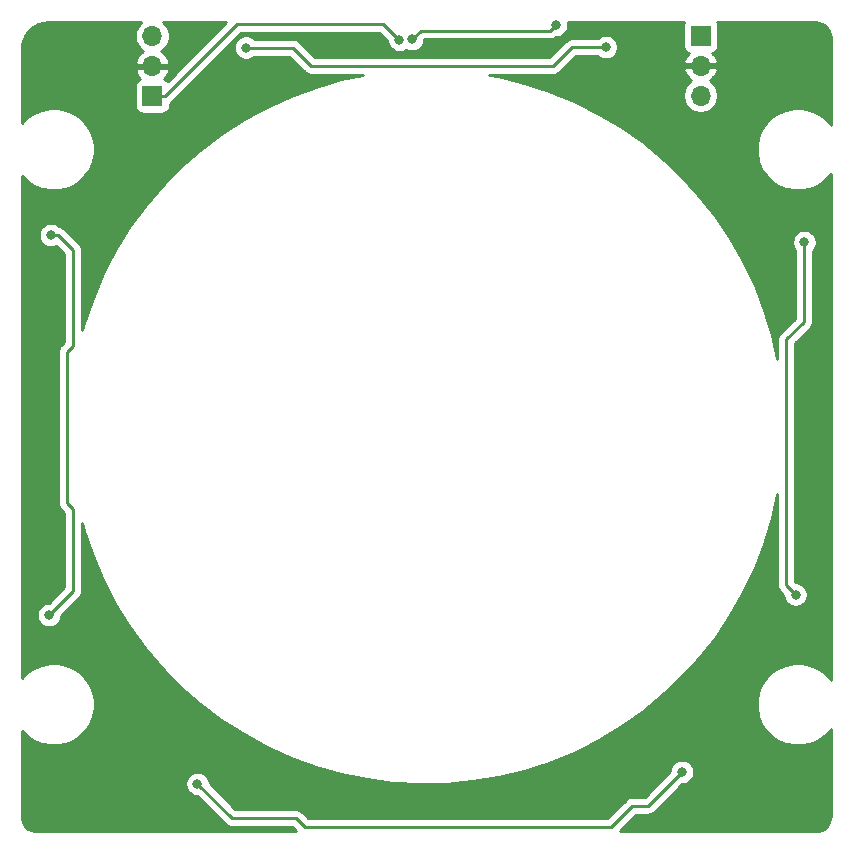
<source format=gbr>
G04 #@! TF.GenerationSoftware,KiCad,Pcbnew,(5.1.5)-3*
G04 #@! TF.CreationDate,2020-03-12T08:41:59+01:00*
G04 #@! TF.ProjectId,StepperClockLedRing,53746570-7065-4724-936c-6f636b4c6564,V0.1*
G04 #@! TF.SameCoordinates,Original*
G04 #@! TF.FileFunction,Copper,L2,Bot*
G04 #@! TF.FilePolarity,Positive*
%FSLAX46Y46*%
G04 Gerber Fmt 4.6, Leading zero omitted, Abs format (unit mm)*
G04 Created by KiCad (PCBNEW (5.1.5)-3) date 2020-03-12 08:41:59*
%MOMM*%
%LPD*%
G04 APERTURE LIST*
%ADD10O,1.700000X1.700000*%
%ADD11R,1.700000X1.700000*%
%ADD12C,0.800000*%
%ADD13C,0.250000*%
%ADD14C,0.254000*%
G04 APERTURE END LIST*
D10*
X71350000Y-93420000D03*
X71350000Y-95960000D03*
D11*
X71350000Y-98500000D03*
X117775000Y-93375000D03*
D10*
X117775000Y-95915000D03*
X117775000Y-98455000D03*
D12*
X126560000Y-110870000D03*
X125830000Y-140720000D03*
X62620000Y-142450000D03*
X79290000Y-94400000D03*
X109750000Y-94350000D03*
X62780000Y-110270000D03*
X116200000Y-155725000D03*
X75175000Y-156725000D03*
X116350000Y-152125000D03*
X111950000Y-155150000D03*
X102075000Y-159150000D03*
X97000000Y-159325000D03*
X91525000Y-159300000D03*
X86425000Y-158975000D03*
X81025000Y-158050000D03*
X76700000Y-154850000D03*
X72525000Y-151650000D03*
X68750000Y-147875000D03*
X65850000Y-143700000D03*
X63475000Y-138900000D03*
X61975000Y-133950000D03*
X61670000Y-129170000D03*
X62530000Y-118900000D03*
X63475000Y-113100000D03*
X66150000Y-108775000D03*
X69450000Y-104475000D03*
X73375000Y-100625000D03*
X77625000Y-97750000D03*
X81900000Y-95780000D03*
X97050000Y-94040000D03*
X102650000Y-94325000D03*
X107700000Y-95875000D03*
X115940000Y-101440000D03*
X120225000Y-105275000D03*
X123200000Y-109775000D03*
X125060000Y-113850000D03*
X127000000Y-119000000D03*
X127310000Y-123940000D03*
X127340000Y-129010000D03*
X126600000Y-134140000D03*
X126740000Y-139550000D03*
X122750000Y-144625000D03*
X119625000Y-148575000D03*
X86950000Y-94700000D03*
X61850000Y-124100000D03*
X107375000Y-157850000D03*
X90800000Y-93870000D03*
X111680000Y-98350000D03*
X93350000Y-93675000D03*
X105525000Y-92475000D03*
X92275000Y-93750000D03*
D13*
X126499999Y-117650001D02*
X125040000Y-119110000D01*
X113349999Y-158575001D02*
X116200000Y-155725000D01*
X112004999Y-158575001D02*
X113349999Y-158575001D01*
X78078002Y-159628002D02*
X83518002Y-159628002D01*
X83518002Y-159628002D02*
X84260000Y-160370000D01*
X75175000Y-156725000D02*
X78078002Y-159628002D01*
X84260000Y-160370000D02*
X110210000Y-160370000D01*
X110210000Y-160370000D02*
X112004999Y-158575001D01*
X83275000Y-94400000D02*
X79290000Y-94400000D01*
X84825000Y-95950000D02*
X83275000Y-94400000D01*
X105300000Y-95950000D02*
X84825000Y-95950000D01*
X109750000Y-94350000D02*
X106900000Y-94350000D01*
X106900000Y-94350000D02*
X105300000Y-95950000D01*
X126499999Y-111495686D02*
X126499999Y-117650001D01*
X126560000Y-111435685D02*
X126499999Y-111495686D01*
X126560000Y-110870000D02*
X126560000Y-111435685D01*
X64649992Y-133474992D02*
X64649992Y-140420008D01*
X64125000Y-132950000D02*
X64649992Y-133474992D01*
X64649992Y-140420008D02*
X62620000Y-142450000D01*
X62780000Y-110270000D02*
X63390000Y-110270000D01*
X64650001Y-111530001D02*
X64650001Y-119624999D01*
X63390000Y-110270000D02*
X64650001Y-111530001D01*
X64650001Y-119624999D02*
X64125000Y-120150000D01*
X64125000Y-120150000D02*
X64125000Y-132950000D01*
X125040000Y-139930000D02*
X125830000Y-140720000D01*
X125040000Y-119110000D02*
X125040000Y-139930000D01*
X105525000Y-92475000D02*
X105050000Y-92950000D01*
X94075001Y-92949999D02*
X93350000Y-93675000D01*
X105050000Y-92950000D02*
X94075001Y-92949999D01*
X72450000Y-98500000D02*
X71350000Y-98500000D01*
X78570000Y-92380000D02*
X72450000Y-98500000D01*
X92275000Y-93750000D02*
X90905000Y-92380000D01*
X90905000Y-92380000D02*
X78570000Y-92380000D01*
D14*
G36*
X70403368Y-92266525D02*
G01*
X70196525Y-92473368D01*
X70034010Y-92716589D01*
X69922068Y-92986842D01*
X69865000Y-93273740D01*
X69865000Y-93566260D01*
X69922068Y-93853158D01*
X70034010Y-94123411D01*
X70196525Y-94366632D01*
X70403368Y-94573475D01*
X70585534Y-94695195D01*
X70468645Y-94764822D01*
X70252412Y-94959731D01*
X70078359Y-95193080D01*
X69953175Y-95455901D01*
X69908524Y-95603110D01*
X70029845Y-95833000D01*
X71223000Y-95833000D01*
X71223000Y-95813000D01*
X71477000Y-95813000D01*
X71477000Y-95833000D01*
X72670155Y-95833000D01*
X72791476Y-95603110D01*
X72746825Y-95455901D01*
X72621641Y-95193080D01*
X72447588Y-94959731D01*
X72231355Y-94764822D01*
X72114466Y-94695195D01*
X72296632Y-94573475D01*
X72503475Y-94366632D01*
X72665990Y-94123411D01*
X72777932Y-93853158D01*
X72835000Y-93566260D01*
X72835000Y-93273740D01*
X72777932Y-92986842D01*
X72665990Y-92716589D01*
X72503475Y-92473368D01*
X72296632Y-92266525D01*
X72286867Y-92260000D01*
X77615198Y-92260000D01*
X72662543Y-97212655D01*
X72651185Y-97198815D01*
X72554494Y-97119463D01*
X72444180Y-97060498D01*
X72363534Y-97036034D01*
X72447588Y-96960269D01*
X72621641Y-96726920D01*
X72746825Y-96464099D01*
X72791476Y-96316890D01*
X72670155Y-96087000D01*
X71477000Y-96087000D01*
X71477000Y-96107000D01*
X71223000Y-96107000D01*
X71223000Y-96087000D01*
X70029845Y-96087000D01*
X69908524Y-96316890D01*
X69953175Y-96464099D01*
X70078359Y-96726920D01*
X70252412Y-96960269D01*
X70336466Y-97036034D01*
X70255820Y-97060498D01*
X70145506Y-97119463D01*
X70048815Y-97198815D01*
X69969463Y-97295506D01*
X69910498Y-97405820D01*
X69874188Y-97525518D01*
X69861928Y-97650000D01*
X69861928Y-99350000D01*
X69874188Y-99474482D01*
X69910498Y-99594180D01*
X69969463Y-99704494D01*
X70048815Y-99801185D01*
X70145506Y-99880537D01*
X70255820Y-99939502D01*
X70375518Y-99975812D01*
X70500000Y-99988072D01*
X72200000Y-99988072D01*
X72324482Y-99975812D01*
X72444180Y-99939502D01*
X72554494Y-99880537D01*
X72651185Y-99801185D01*
X72730537Y-99704494D01*
X72789502Y-99594180D01*
X72825812Y-99474482D01*
X72838072Y-99350000D01*
X72838072Y-99154326D01*
X72874276Y-99134974D01*
X72990001Y-99040001D01*
X73013804Y-99010997D01*
X78884802Y-93140000D01*
X90590199Y-93140000D01*
X91240000Y-93789802D01*
X91240000Y-93851939D01*
X91279774Y-94051898D01*
X91357795Y-94240256D01*
X91471063Y-94409774D01*
X91615226Y-94553937D01*
X91784744Y-94667205D01*
X91973102Y-94745226D01*
X92173061Y-94785000D01*
X92376939Y-94785000D01*
X92576898Y-94745226D01*
X92765256Y-94667205D01*
X92870706Y-94596746D01*
X93048102Y-94670226D01*
X93248061Y-94710000D01*
X93451939Y-94710000D01*
X93651898Y-94670226D01*
X93840256Y-94592205D01*
X94009774Y-94478937D01*
X94153937Y-94334774D01*
X94267205Y-94165256D01*
X94345226Y-93976898D01*
X94385000Y-93776939D01*
X94385000Y-93714802D01*
X94389804Y-93709998D01*
X105012677Y-93710000D01*
X105050000Y-93713676D01*
X105087322Y-93710000D01*
X105087332Y-93710000D01*
X105198985Y-93699003D01*
X105342246Y-93655546D01*
X105350755Y-93650998D01*
X105474276Y-93584974D01*
X105561002Y-93513799D01*
X105565631Y-93510000D01*
X105626939Y-93510000D01*
X105826898Y-93470226D01*
X106015256Y-93392205D01*
X106184774Y-93278937D01*
X106328937Y-93134774D01*
X106442205Y-92965256D01*
X106520226Y-92776898D01*
X106560000Y-92576939D01*
X106560000Y-92373061D01*
X106537511Y-92260000D01*
X116346627Y-92260000D01*
X116335498Y-92280820D01*
X116299188Y-92400518D01*
X116286928Y-92525000D01*
X116286928Y-94225000D01*
X116299188Y-94349482D01*
X116335498Y-94469180D01*
X116394463Y-94579494D01*
X116473815Y-94676185D01*
X116570506Y-94755537D01*
X116680820Y-94814502D01*
X116761466Y-94838966D01*
X116677412Y-94914731D01*
X116503359Y-95148080D01*
X116378175Y-95410901D01*
X116333524Y-95558110D01*
X116454845Y-95788000D01*
X117648000Y-95788000D01*
X117648000Y-95768000D01*
X117902000Y-95768000D01*
X117902000Y-95788000D01*
X119095155Y-95788000D01*
X119216476Y-95558110D01*
X119171825Y-95410901D01*
X119046641Y-95148080D01*
X118872588Y-94914731D01*
X118788534Y-94838966D01*
X118869180Y-94814502D01*
X118979494Y-94755537D01*
X119076185Y-94676185D01*
X119155537Y-94579494D01*
X119214502Y-94469180D01*
X119250812Y-94349482D01*
X119263072Y-94225000D01*
X119263072Y-92525000D01*
X119250812Y-92400518D01*
X119214502Y-92280820D01*
X119203373Y-92260000D01*
X127517722Y-92260000D01*
X127790232Y-92286720D01*
X128021325Y-92356491D01*
X128234457Y-92469816D01*
X128421517Y-92622378D01*
X128575382Y-92808369D01*
X128690192Y-93020706D01*
X128761574Y-93251303D01*
X128790000Y-93521759D01*
X128790003Y-100917100D01*
X128700762Y-100783542D01*
X128216458Y-100299238D01*
X127646977Y-99918722D01*
X127014204Y-99656619D01*
X126342455Y-99523000D01*
X125657545Y-99523000D01*
X124985796Y-99656619D01*
X124353023Y-99918722D01*
X123783542Y-100299238D01*
X123299238Y-100783542D01*
X122918722Y-101353023D01*
X122656619Y-101985796D01*
X122523000Y-102657545D01*
X122523000Y-103342455D01*
X122656619Y-104014204D01*
X122918722Y-104646977D01*
X123299238Y-105216458D01*
X123783542Y-105700762D01*
X124353023Y-106081278D01*
X124985796Y-106343381D01*
X125657545Y-106477000D01*
X126342455Y-106477000D01*
X127014204Y-106343381D01*
X127646977Y-106081278D01*
X128216458Y-105700762D01*
X128700762Y-105216458D01*
X128790005Y-105082897D01*
X128790022Y-147917129D01*
X128700762Y-147783542D01*
X128216458Y-147299238D01*
X127646977Y-146918722D01*
X127014204Y-146656619D01*
X126342455Y-146523000D01*
X125657545Y-146523000D01*
X124985796Y-146656619D01*
X124353023Y-146918722D01*
X123783542Y-147299238D01*
X123299238Y-147783542D01*
X122918722Y-148353023D01*
X122656619Y-148985796D01*
X122523000Y-149657545D01*
X122523000Y-150342455D01*
X122656619Y-151014204D01*
X122918722Y-151646977D01*
X123299238Y-152216458D01*
X123783542Y-152700762D01*
X124353023Y-153081278D01*
X124985796Y-153343381D01*
X125657545Y-153477000D01*
X126342455Y-153477000D01*
X127014204Y-153343381D01*
X127646977Y-153081278D01*
X128216458Y-152700762D01*
X128700762Y-152216458D01*
X128790024Y-152082868D01*
X128790027Y-159467711D01*
X128763305Y-159740242D01*
X128693537Y-159971328D01*
X128580209Y-160184467D01*
X128427638Y-160371537D01*
X128241643Y-160525405D01*
X128029303Y-160640217D01*
X127798704Y-160711598D01*
X127528532Y-160739995D01*
X110917322Y-160737479D01*
X112319801Y-159335001D01*
X113312677Y-159335001D01*
X113349999Y-159338677D01*
X113387321Y-159335001D01*
X113387332Y-159335001D01*
X113498985Y-159324004D01*
X113642246Y-159280547D01*
X113774275Y-159209975D01*
X113890000Y-159115002D01*
X113913803Y-159085998D01*
X116239802Y-156760000D01*
X116301939Y-156760000D01*
X116501898Y-156720226D01*
X116690256Y-156642205D01*
X116859774Y-156528937D01*
X117003937Y-156384774D01*
X117117205Y-156215256D01*
X117195226Y-156026898D01*
X117235000Y-155826939D01*
X117235000Y-155623061D01*
X117195226Y-155423102D01*
X117117205Y-155234744D01*
X117003937Y-155065226D01*
X116859774Y-154921063D01*
X116690256Y-154807795D01*
X116501898Y-154729774D01*
X116301939Y-154690000D01*
X116098061Y-154690000D01*
X115898102Y-154729774D01*
X115709744Y-154807795D01*
X115540226Y-154921063D01*
X115396063Y-155065226D01*
X115282795Y-155234744D01*
X115204774Y-155423102D01*
X115165000Y-155623061D01*
X115165000Y-155685198D01*
X113035198Y-157815001D01*
X112042322Y-157815001D01*
X112004999Y-157811325D01*
X111967676Y-157815001D01*
X111967666Y-157815001D01*
X111856013Y-157825998D01*
X111712752Y-157869455D01*
X111580722Y-157940027D01*
X111497082Y-158008669D01*
X111464998Y-158035000D01*
X111441200Y-158063998D01*
X109895199Y-159610000D01*
X84574802Y-159610000D01*
X84081805Y-159117004D01*
X84058003Y-159088001D01*
X83942278Y-158993028D01*
X83810249Y-158922456D01*
X83666988Y-158878999D01*
X83555335Y-158868002D01*
X83555324Y-158868002D01*
X83518002Y-158864326D01*
X83480680Y-158868002D01*
X78392804Y-158868002D01*
X76210000Y-156685199D01*
X76210000Y-156623061D01*
X76170226Y-156423102D01*
X76092205Y-156234744D01*
X75978937Y-156065226D01*
X75834774Y-155921063D01*
X75665256Y-155807795D01*
X75476898Y-155729774D01*
X75276939Y-155690000D01*
X75073061Y-155690000D01*
X74873102Y-155729774D01*
X74684744Y-155807795D01*
X74515226Y-155921063D01*
X74371063Y-156065226D01*
X74257795Y-156234744D01*
X74179774Y-156423102D01*
X74140000Y-156623061D01*
X74140000Y-156826939D01*
X74179774Y-157026898D01*
X74257795Y-157215256D01*
X74371063Y-157384774D01*
X74515226Y-157528937D01*
X74684744Y-157642205D01*
X74873102Y-157720226D01*
X75073061Y-157760000D01*
X75135199Y-157760000D01*
X77514202Y-160139004D01*
X77538001Y-160168003D01*
X77653726Y-160262976D01*
X77785755Y-160333548D01*
X77929016Y-160377005D01*
X78040669Y-160388002D01*
X78040679Y-160388002D01*
X78078002Y-160391678D01*
X78115325Y-160388002D01*
X83203201Y-160388002D01*
X83548531Y-160733333D01*
X61582338Y-160730006D01*
X61311706Y-160703470D01*
X61082487Y-160634264D01*
X60871080Y-160521858D01*
X60685530Y-160370527D01*
X60532909Y-160186039D01*
X60419027Y-159975418D01*
X60348222Y-159746684D01*
X60319996Y-159478131D01*
X60318882Y-152236102D01*
X60783542Y-152700762D01*
X61353023Y-153081278D01*
X61985796Y-153343381D01*
X62657545Y-153477000D01*
X63342455Y-153477000D01*
X64014204Y-153343381D01*
X64646977Y-153081278D01*
X65216458Y-152700762D01*
X65700762Y-152216458D01*
X66081278Y-151646977D01*
X66343381Y-151014204D01*
X66477000Y-150342455D01*
X66477000Y-149657545D01*
X66343381Y-148985796D01*
X66081278Y-148353023D01*
X65700762Y-147783542D01*
X65216458Y-147299238D01*
X64646977Y-146918722D01*
X64014204Y-146656619D01*
X63342455Y-146523000D01*
X62657545Y-146523000D01*
X61985796Y-146656619D01*
X61353023Y-146918722D01*
X60783542Y-147299238D01*
X60318194Y-147764586D01*
X60317361Y-142348061D01*
X61585000Y-142348061D01*
X61585000Y-142551939D01*
X61624774Y-142751898D01*
X61702795Y-142940256D01*
X61816063Y-143109774D01*
X61960226Y-143253937D01*
X62129744Y-143367205D01*
X62318102Y-143445226D01*
X62518061Y-143485000D01*
X62721939Y-143485000D01*
X62921898Y-143445226D01*
X63110256Y-143367205D01*
X63279774Y-143253937D01*
X63423937Y-143109774D01*
X63537205Y-142940256D01*
X63615226Y-142751898D01*
X63655000Y-142551939D01*
X63655000Y-142489801D01*
X65160995Y-140983807D01*
X65189993Y-140960009D01*
X65284966Y-140844284D01*
X65355538Y-140712255D01*
X65398995Y-140568994D01*
X65409992Y-140457341D01*
X65409992Y-140457332D01*
X65413668Y-140420009D01*
X65409992Y-140382686D01*
X65409992Y-134665713D01*
X65584018Y-135323282D01*
X66314741Y-137438398D01*
X67199675Y-139493772D01*
X68233987Y-141478179D01*
X69412028Y-143380780D01*
X70727363Y-145191185D01*
X72172810Y-146899504D01*
X73740473Y-148496409D01*
X75421791Y-149973176D01*
X77207580Y-151321742D01*
X79088087Y-152534740D01*
X81053043Y-153605544D01*
X83091713Y-154528308D01*
X85192965Y-155297991D01*
X87345322Y-155910390D01*
X89537029Y-156362159D01*
X91756114Y-156650831D01*
X93990459Y-156774830D01*
X96227859Y-156733478D01*
X98456096Y-156527001D01*
X100662999Y-156156528D01*
X102836515Y-155624080D01*
X104964773Y-154932568D01*
X107036149Y-154085766D01*
X109039330Y-153088300D01*
X110963376Y-151945618D01*
X112797777Y-150663962D01*
X114532515Y-149250330D01*
X116158115Y-147712443D01*
X117665700Y-146058702D01*
X119047035Y-144298137D01*
X120294575Y-142440366D01*
X121401507Y-140495534D01*
X122361786Y-138474263D01*
X123170166Y-136387592D01*
X123822233Y-134246919D01*
X124280001Y-132216615D01*
X124280001Y-139892667D01*
X124276324Y-139930000D01*
X124290998Y-140078985D01*
X124334454Y-140222246D01*
X124405026Y-140354276D01*
X124465328Y-140427753D01*
X124500000Y-140470001D01*
X124528998Y-140493799D01*
X124795000Y-140759801D01*
X124795000Y-140821939D01*
X124834774Y-141021898D01*
X124912795Y-141210256D01*
X125026063Y-141379774D01*
X125170226Y-141523937D01*
X125339744Y-141637205D01*
X125528102Y-141715226D01*
X125728061Y-141755000D01*
X125931939Y-141755000D01*
X126131898Y-141715226D01*
X126320256Y-141637205D01*
X126489774Y-141523937D01*
X126633937Y-141379774D01*
X126747205Y-141210256D01*
X126825226Y-141021898D01*
X126865000Y-140821939D01*
X126865000Y-140618061D01*
X126825226Y-140418102D01*
X126747205Y-140229744D01*
X126633937Y-140060226D01*
X126489774Y-139916063D01*
X126320256Y-139802795D01*
X126131898Y-139724774D01*
X125931939Y-139685000D01*
X125869801Y-139685000D01*
X125800000Y-139615199D01*
X125800000Y-119424801D01*
X127011007Y-118213796D01*
X127040000Y-118190002D01*
X127063794Y-118161009D01*
X127063798Y-118161005D01*
X127134972Y-118074278D01*
X127134973Y-118074277D01*
X127205545Y-117942248D01*
X127249002Y-117798987D01*
X127259999Y-117687334D01*
X127259999Y-117687325D01*
X127263675Y-117650002D01*
X127259999Y-117612679D01*
X127259999Y-111738310D01*
X127265546Y-111727932D01*
X127308987Y-111584724D01*
X127363937Y-111529774D01*
X127477205Y-111360256D01*
X127555226Y-111171898D01*
X127595000Y-110971939D01*
X127595000Y-110768061D01*
X127555226Y-110568102D01*
X127477205Y-110379744D01*
X127363937Y-110210226D01*
X127219774Y-110066063D01*
X127050256Y-109952795D01*
X126861898Y-109874774D01*
X126661939Y-109835000D01*
X126458061Y-109835000D01*
X126258102Y-109874774D01*
X126069744Y-109952795D01*
X125900226Y-110066063D01*
X125756063Y-110210226D01*
X125642795Y-110379744D01*
X125564774Y-110568102D01*
X125525000Y-110768061D01*
X125525000Y-110971939D01*
X125564774Y-111171898D01*
X125642795Y-111360256D01*
X125736848Y-111501017D01*
X125739999Y-111533009D01*
X125740000Y-117335197D01*
X124529002Y-118546197D01*
X124499999Y-118569999D01*
X124444871Y-118637174D01*
X124405026Y-118685724D01*
X124369023Y-118753081D01*
X124334454Y-118817754D01*
X124290997Y-118961015D01*
X124280000Y-119072668D01*
X124280000Y-119072678D01*
X124276324Y-119110000D01*
X124280000Y-119147322D01*
X124280000Y-120783383D01*
X123822233Y-118753081D01*
X123170166Y-116612408D01*
X122361786Y-114525737D01*
X121401507Y-112504466D01*
X120294575Y-110559634D01*
X119047035Y-108701863D01*
X117665700Y-106941298D01*
X116158115Y-105287557D01*
X114532515Y-103749670D01*
X112797777Y-102336038D01*
X110963376Y-101054382D01*
X109039330Y-99911700D01*
X107036149Y-98914234D01*
X105555041Y-98308740D01*
X116290000Y-98308740D01*
X116290000Y-98601260D01*
X116347068Y-98888158D01*
X116459010Y-99158411D01*
X116621525Y-99401632D01*
X116828368Y-99608475D01*
X117071589Y-99770990D01*
X117341842Y-99882932D01*
X117628740Y-99940000D01*
X117921260Y-99940000D01*
X118208158Y-99882932D01*
X118478411Y-99770990D01*
X118721632Y-99608475D01*
X118928475Y-99401632D01*
X119090990Y-99158411D01*
X119202932Y-98888158D01*
X119260000Y-98601260D01*
X119260000Y-98308740D01*
X119202932Y-98021842D01*
X119090990Y-97751589D01*
X118928475Y-97508368D01*
X118721632Y-97301525D01*
X118539466Y-97179805D01*
X118656355Y-97110178D01*
X118872588Y-96915269D01*
X119046641Y-96681920D01*
X119171825Y-96419099D01*
X119216476Y-96271890D01*
X119095155Y-96042000D01*
X117902000Y-96042000D01*
X117902000Y-96062000D01*
X117648000Y-96062000D01*
X117648000Y-96042000D01*
X116454845Y-96042000D01*
X116333524Y-96271890D01*
X116378175Y-96419099D01*
X116503359Y-96681920D01*
X116677412Y-96915269D01*
X116893645Y-97110178D01*
X117010534Y-97179805D01*
X116828368Y-97301525D01*
X116621525Y-97508368D01*
X116459010Y-97751589D01*
X116347068Y-98021842D01*
X116290000Y-98308740D01*
X105555041Y-98308740D01*
X104964773Y-98067432D01*
X102836515Y-97375920D01*
X100662999Y-96843472D01*
X99867908Y-96710000D01*
X105262678Y-96710000D01*
X105300000Y-96713676D01*
X105337322Y-96710000D01*
X105337333Y-96710000D01*
X105448986Y-96699003D01*
X105592247Y-96655546D01*
X105724276Y-96584974D01*
X105840001Y-96490001D01*
X105863804Y-96460997D01*
X107214802Y-95110000D01*
X109046289Y-95110000D01*
X109090226Y-95153937D01*
X109259744Y-95267205D01*
X109448102Y-95345226D01*
X109648061Y-95385000D01*
X109851939Y-95385000D01*
X110051898Y-95345226D01*
X110240256Y-95267205D01*
X110409774Y-95153937D01*
X110553937Y-95009774D01*
X110667205Y-94840256D01*
X110745226Y-94651898D01*
X110785000Y-94451939D01*
X110785000Y-94248061D01*
X110745226Y-94048102D01*
X110667205Y-93859744D01*
X110553937Y-93690226D01*
X110409774Y-93546063D01*
X110240256Y-93432795D01*
X110051898Y-93354774D01*
X109851939Y-93315000D01*
X109648061Y-93315000D01*
X109448102Y-93354774D01*
X109259744Y-93432795D01*
X109090226Y-93546063D01*
X109046289Y-93590000D01*
X106937325Y-93590000D01*
X106900000Y-93586324D01*
X106862675Y-93590000D01*
X106862667Y-93590000D01*
X106751014Y-93600997D01*
X106607753Y-93644454D01*
X106475724Y-93715026D01*
X106359999Y-93809999D01*
X106336201Y-93838997D01*
X104985199Y-95190000D01*
X85139802Y-95190000D01*
X83838804Y-93889003D01*
X83815001Y-93859999D01*
X83699276Y-93765026D01*
X83567247Y-93694454D01*
X83423986Y-93650997D01*
X83312333Y-93640000D01*
X83312322Y-93640000D01*
X83275000Y-93636324D01*
X83237678Y-93640000D01*
X79993711Y-93640000D01*
X79949774Y-93596063D01*
X79780256Y-93482795D01*
X79591898Y-93404774D01*
X79391939Y-93365000D01*
X79188061Y-93365000D01*
X78988102Y-93404774D01*
X78799744Y-93482795D01*
X78630226Y-93596063D01*
X78486063Y-93740226D01*
X78372795Y-93909744D01*
X78294774Y-94098102D01*
X78255000Y-94298061D01*
X78255000Y-94501939D01*
X78294774Y-94701898D01*
X78372795Y-94890256D01*
X78486063Y-95059774D01*
X78630226Y-95203937D01*
X78799744Y-95317205D01*
X78988102Y-95395226D01*
X79188061Y-95435000D01*
X79391939Y-95435000D01*
X79591898Y-95395226D01*
X79780256Y-95317205D01*
X79949774Y-95203937D01*
X79993711Y-95160000D01*
X82960199Y-95160000D01*
X84261201Y-96461003D01*
X84284999Y-96490001D01*
X84313997Y-96513799D01*
X84400723Y-96584974D01*
X84499630Y-96637841D01*
X84532753Y-96655546D01*
X84676014Y-96699003D01*
X84787667Y-96710000D01*
X84787677Y-96710000D01*
X84824999Y-96713676D01*
X84862322Y-96710000D01*
X89186958Y-96710000D01*
X87345322Y-97089610D01*
X85192965Y-97702009D01*
X83091713Y-98471692D01*
X81053043Y-99394456D01*
X79088087Y-100465260D01*
X77207580Y-101678258D01*
X75421791Y-103026824D01*
X73740473Y-104503591D01*
X72172810Y-106100496D01*
X70727363Y-107808815D01*
X69412028Y-109619220D01*
X68233987Y-111521821D01*
X67199675Y-113506228D01*
X66314741Y-115561602D01*
X65584018Y-117676718D01*
X65410001Y-118334253D01*
X65410001Y-111567334D01*
X65413678Y-111530001D01*
X65399004Y-111381015D01*
X65355547Y-111237754D01*
X65284975Y-111105725D01*
X65213800Y-111018998D01*
X65190002Y-110990000D01*
X65161005Y-110966203D01*
X63953804Y-109759003D01*
X63930001Y-109729999D01*
X63814276Y-109635026D01*
X63682247Y-109564454D01*
X63538986Y-109520997D01*
X63489870Y-109516159D01*
X63439774Y-109466063D01*
X63270256Y-109352795D01*
X63081898Y-109274774D01*
X62881939Y-109235000D01*
X62678061Y-109235000D01*
X62478102Y-109274774D01*
X62289744Y-109352795D01*
X62120226Y-109466063D01*
X61976063Y-109610226D01*
X61862795Y-109779744D01*
X61784774Y-109968102D01*
X61745000Y-110168061D01*
X61745000Y-110371939D01*
X61784774Y-110571898D01*
X61862795Y-110760256D01*
X61976063Y-110929774D01*
X62120226Y-111073937D01*
X62289744Y-111187205D01*
X62478102Y-111265226D01*
X62678061Y-111305000D01*
X62881939Y-111305000D01*
X63081898Y-111265226D01*
X63243490Y-111198292D01*
X63890001Y-111844803D01*
X63890002Y-119310196D01*
X63614002Y-119586197D01*
X63584999Y-119609999D01*
X63552171Y-119650001D01*
X63490026Y-119725724D01*
X63479737Y-119744974D01*
X63419454Y-119857754D01*
X63375997Y-120001015D01*
X63365000Y-120112668D01*
X63365000Y-120112678D01*
X63361324Y-120150000D01*
X63365000Y-120187322D01*
X63365001Y-132912668D01*
X63361324Y-132950000D01*
X63375998Y-133098985D01*
X63419454Y-133242246D01*
X63490026Y-133374276D01*
X63561201Y-133461002D01*
X63585000Y-133490001D01*
X63613998Y-133513799D01*
X63889992Y-133789794D01*
X63889993Y-140105205D01*
X62580199Y-141415000D01*
X62518061Y-141415000D01*
X62318102Y-141454774D01*
X62129744Y-141532795D01*
X61960226Y-141646063D01*
X61816063Y-141790226D01*
X61702795Y-141959744D01*
X61624774Y-142148102D01*
X61585000Y-142348061D01*
X60317361Y-142348061D01*
X60311650Y-105228870D01*
X60783542Y-105700762D01*
X61353023Y-106081278D01*
X61985796Y-106343381D01*
X62657545Y-106477000D01*
X63342455Y-106477000D01*
X64014204Y-106343381D01*
X64646977Y-106081278D01*
X65216458Y-105700762D01*
X65700762Y-105216458D01*
X66081278Y-104646977D01*
X66343381Y-104014204D01*
X66477000Y-103342455D01*
X66477000Y-102657545D01*
X66343381Y-101985796D01*
X66081278Y-101353023D01*
X65700762Y-100783542D01*
X65216458Y-100299238D01*
X64646977Y-99918722D01*
X64014204Y-99656619D01*
X63342455Y-99523000D01*
X62657545Y-99523000D01*
X61985796Y-99656619D01*
X61353023Y-99918722D01*
X60783542Y-100299238D01*
X60310965Y-100771815D01*
X60310005Y-94532228D01*
X60355765Y-94065532D01*
X60481943Y-93647610D01*
X60686893Y-93262154D01*
X60962807Y-92923851D01*
X61299180Y-92645579D01*
X61683191Y-92437945D01*
X62100226Y-92308851D01*
X62565023Y-92260000D01*
X70413133Y-92260000D01*
X70403368Y-92266525D01*
G37*
X70403368Y-92266525D02*
X70196525Y-92473368D01*
X70034010Y-92716589D01*
X69922068Y-92986842D01*
X69865000Y-93273740D01*
X69865000Y-93566260D01*
X69922068Y-93853158D01*
X70034010Y-94123411D01*
X70196525Y-94366632D01*
X70403368Y-94573475D01*
X70585534Y-94695195D01*
X70468645Y-94764822D01*
X70252412Y-94959731D01*
X70078359Y-95193080D01*
X69953175Y-95455901D01*
X69908524Y-95603110D01*
X70029845Y-95833000D01*
X71223000Y-95833000D01*
X71223000Y-95813000D01*
X71477000Y-95813000D01*
X71477000Y-95833000D01*
X72670155Y-95833000D01*
X72791476Y-95603110D01*
X72746825Y-95455901D01*
X72621641Y-95193080D01*
X72447588Y-94959731D01*
X72231355Y-94764822D01*
X72114466Y-94695195D01*
X72296632Y-94573475D01*
X72503475Y-94366632D01*
X72665990Y-94123411D01*
X72777932Y-93853158D01*
X72835000Y-93566260D01*
X72835000Y-93273740D01*
X72777932Y-92986842D01*
X72665990Y-92716589D01*
X72503475Y-92473368D01*
X72296632Y-92266525D01*
X72286867Y-92260000D01*
X77615198Y-92260000D01*
X72662543Y-97212655D01*
X72651185Y-97198815D01*
X72554494Y-97119463D01*
X72444180Y-97060498D01*
X72363534Y-97036034D01*
X72447588Y-96960269D01*
X72621641Y-96726920D01*
X72746825Y-96464099D01*
X72791476Y-96316890D01*
X72670155Y-96087000D01*
X71477000Y-96087000D01*
X71477000Y-96107000D01*
X71223000Y-96107000D01*
X71223000Y-96087000D01*
X70029845Y-96087000D01*
X69908524Y-96316890D01*
X69953175Y-96464099D01*
X70078359Y-96726920D01*
X70252412Y-96960269D01*
X70336466Y-97036034D01*
X70255820Y-97060498D01*
X70145506Y-97119463D01*
X70048815Y-97198815D01*
X69969463Y-97295506D01*
X69910498Y-97405820D01*
X69874188Y-97525518D01*
X69861928Y-97650000D01*
X69861928Y-99350000D01*
X69874188Y-99474482D01*
X69910498Y-99594180D01*
X69969463Y-99704494D01*
X70048815Y-99801185D01*
X70145506Y-99880537D01*
X70255820Y-99939502D01*
X70375518Y-99975812D01*
X70500000Y-99988072D01*
X72200000Y-99988072D01*
X72324482Y-99975812D01*
X72444180Y-99939502D01*
X72554494Y-99880537D01*
X72651185Y-99801185D01*
X72730537Y-99704494D01*
X72789502Y-99594180D01*
X72825812Y-99474482D01*
X72838072Y-99350000D01*
X72838072Y-99154326D01*
X72874276Y-99134974D01*
X72990001Y-99040001D01*
X73013804Y-99010997D01*
X78884802Y-93140000D01*
X90590199Y-93140000D01*
X91240000Y-93789802D01*
X91240000Y-93851939D01*
X91279774Y-94051898D01*
X91357795Y-94240256D01*
X91471063Y-94409774D01*
X91615226Y-94553937D01*
X91784744Y-94667205D01*
X91973102Y-94745226D01*
X92173061Y-94785000D01*
X92376939Y-94785000D01*
X92576898Y-94745226D01*
X92765256Y-94667205D01*
X92870706Y-94596746D01*
X93048102Y-94670226D01*
X93248061Y-94710000D01*
X93451939Y-94710000D01*
X93651898Y-94670226D01*
X93840256Y-94592205D01*
X94009774Y-94478937D01*
X94153937Y-94334774D01*
X94267205Y-94165256D01*
X94345226Y-93976898D01*
X94385000Y-93776939D01*
X94385000Y-93714802D01*
X94389804Y-93709998D01*
X105012677Y-93710000D01*
X105050000Y-93713676D01*
X105087322Y-93710000D01*
X105087332Y-93710000D01*
X105198985Y-93699003D01*
X105342246Y-93655546D01*
X105350755Y-93650998D01*
X105474276Y-93584974D01*
X105561002Y-93513799D01*
X105565631Y-93510000D01*
X105626939Y-93510000D01*
X105826898Y-93470226D01*
X106015256Y-93392205D01*
X106184774Y-93278937D01*
X106328937Y-93134774D01*
X106442205Y-92965256D01*
X106520226Y-92776898D01*
X106560000Y-92576939D01*
X106560000Y-92373061D01*
X106537511Y-92260000D01*
X116346627Y-92260000D01*
X116335498Y-92280820D01*
X116299188Y-92400518D01*
X116286928Y-92525000D01*
X116286928Y-94225000D01*
X116299188Y-94349482D01*
X116335498Y-94469180D01*
X116394463Y-94579494D01*
X116473815Y-94676185D01*
X116570506Y-94755537D01*
X116680820Y-94814502D01*
X116761466Y-94838966D01*
X116677412Y-94914731D01*
X116503359Y-95148080D01*
X116378175Y-95410901D01*
X116333524Y-95558110D01*
X116454845Y-95788000D01*
X117648000Y-95788000D01*
X117648000Y-95768000D01*
X117902000Y-95768000D01*
X117902000Y-95788000D01*
X119095155Y-95788000D01*
X119216476Y-95558110D01*
X119171825Y-95410901D01*
X119046641Y-95148080D01*
X118872588Y-94914731D01*
X118788534Y-94838966D01*
X118869180Y-94814502D01*
X118979494Y-94755537D01*
X119076185Y-94676185D01*
X119155537Y-94579494D01*
X119214502Y-94469180D01*
X119250812Y-94349482D01*
X119263072Y-94225000D01*
X119263072Y-92525000D01*
X119250812Y-92400518D01*
X119214502Y-92280820D01*
X119203373Y-92260000D01*
X127517722Y-92260000D01*
X127790232Y-92286720D01*
X128021325Y-92356491D01*
X128234457Y-92469816D01*
X128421517Y-92622378D01*
X128575382Y-92808369D01*
X128690192Y-93020706D01*
X128761574Y-93251303D01*
X128790000Y-93521759D01*
X128790003Y-100917100D01*
X128700762Y-100783542D01*
X128216458Y-100299238D01*
X127646977Y-99918722D01*
X127014204Y-99656619D01*
X126342455Y-99523000D01*
X125657545Y-99523000D01*
X124985796Y-99656619D01*
X124353023Y-99918722D01*
X123783542Y-100299238D01*
X123299238Y-100783542D01*
X122918722Y-101353023D01*
X122656619Y-101985796D01*
X122523000Y-102657545D01*
X122523000Y-103342455D01*
X122656619Y-104014204D01*
X122918722Y-104646977D01*
X123299238Y-105216458D01*
X123783542Y-105700762D01*
X124353023Y-106081278D01*
X124985796Y-106343381D01*
X125657545Y-106477000D01*
X126342455Y-106477000D01*
X127014204Y-106343381D01*
X127646977Y-106081278D01*
X128216458Y-105700762D01*
X128700762Y-105216458D01*
X128790005Y-105082897D01*
X128790022Y-147917129D01*
X128700762Y-147783542D01*
X128216458Y-147299238D01*
X127646977Y-146918722D01*
X127014204Y-146656619D01*
X126342455Y-146523000D01*
X125657545Y-146523000D01*
X124985796Y-146656619D01*
X124353023Y-146918722D01*
X123783542Y-147299238D01*
X123299238Y-147783542D01*
X122918722Y-148353023D01*
X122656619Y-148985796D01*
X122523000Y-149657545D01*
X122523000Y-150342455D01*
X122656619Y-151014204D01*
X122918722Y-151646977D01*
X123299238Y-152216458D01*
X123783542Y-152700762D01*
X124353023Y-153081278D01*
X124985796Y-153343381D01*
X125657545Y-153477000D01*
X126342455Y-153477000D01*
X127014204Y-153343381D01*
X127646977Y-153081278D01*
X128216458Y-152700762D01*
X128700762Y-152216458D01*
X128790024Y-152082868D01*
X128790027Y-159467711D01*
X128763305Y-159740242D01*
X128693537Y-159971328D01*
X128580209Y-160184467D01*
X128427638Y-160371537D01*
X128241643Y-160525405D01*
X128029303Y-160640217D01*
X127798704Y-160711598D01*
X127528532Y-160739995D01*
X110917322Y-160737479D01*
X112319801Y-159335001D01*
X113312677Y-159335001D01*
X113349999Y-159338677D01*
X113387321Y-159335001D01*
X113387332Y-159335001D01*
X113498985Y-159324004D01*
X113642246Y-159280547D01*
X113774275Y-159209975D01*
X113890000Y-159115002D01*
X113913803Y-159085998D01*
X116239802Y-156760000D01*
X116301939Y-156760000D01*
X116501898Y-156720226D01*
X116690256Y-156642205D01*
X116859774Y-156528937D01*
X117003937Y-156384774D01*
X117117205Y-156215256D01*
X117195226Y-156026898D01*
X117235000Y-155826939D01*
X117235000Y-155623061D01*
X117195226Y-155423102D01*
X117117205Y-155234744D01*
X117003937Y-155065226D01*
X116859774Y-154921063D01*
X116690256Y-154807795D01*
X116501898Y-154729774D01*
X116301939Y-154690000D01*
X116098061Y-154690000D01*
X115898102Y-154729774D01*
X115709744Y-154807795D01*
X115540226Y-154921063D01*
X115396063Y-155065226D01*
X115282795Y-155234744D01*
X115204774Y-155423102D01*
X115165000Y-155623061D01*
X115165000Y-155685198D01*
X113035198Y-157815001D01*
X112042322Y-157815001D01*
X112004999Y-157811325D01*
X111967676Y-157815001D01*
X111967666Y-157815001D01*
X111856013Y-157825998D01*
X111712752Y-157869455D01*
X111580722Y-157940027D01*
X111497082Y-158008669D01*
X111464998Y-158035000D01*
X111441200Y-158063998D01*
X109895199Y-159610000D01*
X84574802Y-159610000D01*
X84081805Y-159117004D01*
X84058003Y-159088001D01*
X83942278Y-158993028D01*
X83810249Y-158922456D01*
X83666988Y-158878999D01*
X83555335Y-158868002D01*
X83555324Y-158868002D01*
X83518002Y-158864326D01*
X83480680Y-158868002D01*
X78392804Y-158868002D01*
X76210000Y-156685199D01*
X76210000Y-156623061D01*
X76170226Y-156423102D01*
X76092205Y-156234744D01*
X75978937Y-156065226D01*
X75834774Y-155921063D01*
X75665256Y-155807795D01*
X75476898Y-155729774D01*
X75276939Y-155690000D01*
X75073061Y-155690000D01*
X74873102Y-155729774D01*
X74684744Y-155807795D01*
X74515226Y-155921063D01*
X74371063Y-156065226D01*
X74257795Y-156234744D01*
X74179774Y-156423102D01*
X74140000Y-156623061D01*
X74140000Y-156826939D01*
X74179774Y-157026898D01*
X74257795Y-157215256D01*
X74371063Y-157384774D01*
X74515226Y-157528937D01*
X74684744Y-157642205D01*
X74873102Y-157720226D01*
X75073061Y-157760000D01*
X75135199Y-157760000D01*
X77514202Y-160139004D01*
X77538001Y-160168003D01*
X77653726Y-160262976D01*
X77785755Y-160333548D01*
X77929016Y-160377005D01*
X78040669Y-160388002D01*
X78040679Y-160388002D01*
X78078002Y-160391678D01*
X78115325Y-160388002D01*
X83203201Y-160388002D01*
X83548531Y-160733333D01*
X61582338Y-160730006D01*
X61311706Y-160703470D01*
X61082487Y-160634264D01*
X60871080Y-160521858D01*
X60685530Y-160370527D01*
X60532909Y-160186039D01*
X60419027Y-159975418D01*
X60348222Y-159746684D01*
X60319996Y-159478131D01*
X60318882Y-152236102D01*
X60783542Y-152700762D01*
X61353023Y-153081278D01*
X61985796Y-153343381D01*
X62657545Y-153477000D01*
X63342455Y-153477000D01*
X64014204Y-153343381D01*
X64646977Y-153081278D01*
X65216458Y-152700762D01*
X65700762Y-152216458D01*
X66081278Y-151646977D01*
X66343381Y-151014204D01*
X66477000Y-150342455D01*
X66477000Y-149657545D01*
X66343381Y-148985796D01*
X66081278Y-148353023D01*
X65700762Y-147783542D01*
X65216458Y-147299238D01*
X64646977Y-146918722D01*
X64014204Y-146656619D01*
X63342455Y-146523000D01*
X62657545Y-146523000D01*
X61985796Y-146656619D01*
X61353023Y-146918722D01*
X60783542Y-147299238D01*
X60318194Y-147764586D01*
X60317361Y-142348061D01*
X61585000Y-142348061D01*
X61585000Y-142551939D01*
X61624774Y-142751898D01*
X61702795Y-142940256D01*
X61816063Y-143109774D01*
X61960226Y-143253937D01*
X62129744Y-143367205D01*
X62318102Y-143445226D01*
X62518061Y-143485000D01*
X62721939Y-143485000D01*
X62921898Y-143445226D01*
X63110256Y-143367205D01*
X63279774Y-143253937D01*
X63423937Y-143109774D01*
X63537205Y-142940256D01*
X63615226Y-142751898D01*
X63655000Y-142551939D01*
X63655000Y-142489801D01*
X65160995Y-140983807D01*
X65189993Y-140960009D01*
X65284966Y-140844284D01*
X65355538Y-140712255D01*
X65398995Y-140568994D01*
X65409992Y-140457341D01*
X65409992Y-140457332D01*
X65413668Y-140420009D01*
X65409992Y-140382686D01*
X65409992Y-134665713D01*
X65584018Y-135323282D01*
X66314741Y-137438398D01*
X67199675Y-139493772D01*
X68233987Y-141478179D01*
X69412028Y-143380780D01*
X70727363Y-145191185D01*
X72172810Y-146899504D01*
X73740473Y-148496409D01*
X75421791Y-149973176D01*
X77207580Y-151321742D01*
X79088087Y-152534740D01*
X81053043Y-153605544D01*
X83091713Y-154528308D01*
X85192965Y-155297991D01*
X87345322Y-155910390D01*
X89537029Y-156362159D01*
X91756114Y-156650831D01*
X93990459Y-156774830D01*
X96227859Y-156733478D01*
X98456096Y-156527001D01*
X100662999Y-156156528D01*
X102836515Y-155624080D01*
X104964773Y-154932568D01*
X107036149Y-154085766D01*
X109039330Y-153088300D01*
X110963376Y-151945618D01*
X112797777Y-150663962D01*
X114532515Y-149250330D01*
X116158115Y-147712443D01*
X117665700Y-146058702D01*
X119047035Y-144298137D01*
X120294575Y-142440366D01*
X121401507Y-140495534D01*
X122361786Y-138474263D01*
X123170166Y-136387592D01*
X123822233Y-134246919D01*
X124280001Y-132216615D01*
X124280001Y-139892667D01*
X124276324Y-139930000D01*
X124290998Y-140078985D01*
X124334454Y-140222246D01*
X124405026Y-140354276D01*
X124465328Y-140427753D01*
X124500000Y-140470001D01*
X124528998Y-140493799D01*
X124795000Y-140759801D01*
X124795000Y-140821939D01*
X124834774Y-141021898D01*
X124912795Y-141210256D01*
X125026063Y-141379774D01*
X125170226Y-141523937D01*
X125339744Y-141637205D01*
X125528102Y-141715226D01*
X125728061Y-141755000D01*
X125931939Y-141755000D01*
X126131898Y-141715226D01*
X126320256Y-141637205D01*
X126489774Y-141523937D01*
X126633937Y-141379774D01*
X126747205Y-141210256D01*
X126825226Y-141021898D01*
X126865000Y-140821939D01*
X126865000Y-140618061D01*
X126825226Y-140418102D01*
X126747205Y-140229744D01*
X126633937Y-140060226D01*
X126489774Y-139916063D01*
X126320256Y-139802795D01*
X126131898Y-139724774D01*
X125931939Y-139685000D01*
X125869801Y-139685000D01*
X125800000Y-139615199D01*
X125800000Y-119424801D01*
X127011007Y-118213796D01*
X127040000Y-118190002D01*
X127063794Y-118161009D01*
X127063798Y-118161005D01*
X127134972Y-118074278D01*
X127134973Y-118074277D01*
X127205545Y-117942248D01*
X127249002Y-117798987D01*
X127259999Y-117687334D01*
X127259999Y-117687325D01*
X127263675Y-117650002D01*
X127259999Y-117612679D01*
X127259999Y-111738310D01*
X127265546Y-111727932D01*
X127308987Y-111584724D01*
X127363937Y-111529774D01*
X127477205Y-111360256D01*
X127555226Y-111171898D01*
X127595000Y-110971939D01*
X127595000Y-110768061D01*
X127555226Y-110568102D01*
X127477205Y-110379744D01*
X127363937Y-110210226D01*
X127219774Y-110066063D01*
X127050256Y-109952795D01*
X126861898Y-109874774D01*
X126661939Y-109835000D01*
X126458061Y-109835000D01*
X126258102Y-109874774D01*
X126069744Y-109952795D01*
X125900226Y-110066063D01*
X125756063Y-110210226D01*
X125642795Y-110379744D01*
X125564774Y-110568102D01*
X125525000Y-110768061D01*
X125525000Y-110971939D01*
X125564774Y-111171898D01*
X125642795Y-111360256D01*
X125736848Y-111501017D01*
X125739999Y-111533009D01*
X125740000Y-117335197D01*
X124529002Y-118546197D01*
X124499999Y-118569999D01*
X124444871Y-118637174D01*
X124405026Y-118685724D01*
X124369023Y-118753081D01*
X124334454Y-118817754D01*
X124290997Y-118961015D01*
X124280000Y-119072668D01*
X124280000Y-119072678D01*
X124276324Y-119110000D01*
X124280000Y-119147322D01*
X124280000Y-120783383D01*
X123822233Y-118753081D01*
X123170166Y-116612408D01*
X122361786Y-114525737D01*
X121401507Y-112504466D01*
X120294575Y-110559634D01*
X119047035Y-108701863D01*
X117665700Y-106941298D01*
X116158115Y-105287557D01*
X114532515Y-103749670D01*
X112797777Y-102336038D01*
X110963376Y-101054382D01*
X109039330Y-99911700D01*
X107036149Y-98914234D01*
X105555041Y-98308740D01*
X116290000Y-98308740D01*
X116290000Y-98601260D01*
X116347068Y-98888158D01*
X116459010Y-99158411D01*
X116621525Y-99401632D01*
X116828368Y-99608475D01*
X117071589Y-99770990D01*
X117341842Y-99882932D01*
X117628740Y-99940000D01*
X117921260Y-99940000D01*
X118208158Y-99882932D01*
X118478411Y-99770990D01*
X118721632Y-99608475D01*
X118928475Y-99401632D01*
X119090990Y-99158411D01*
X119202932Y-98888158D01*
X119260000Y-98601260D01*
X119260000Y-98308740D01*
X119202932Y-98021842D01*
X119090990Y-97751589D01*
X118928475Y-97508368D01*
X118721632Y-97301525D01*
X118539466Y-97179805D01*
X118656355Y-97110178D01*
X118872588Y-96915269D01*
X119046641Y-96681920D01*
X119171825Y-96419099D01*
X119216476Y-96271890D01*
X119095155Y-96042000D01*
X117902000Y-96042000D01*
X117902000Y-96062000D01*
X117648000Y-96062000D01*
X117648000Y-96042000D01*
X116454845Y-96042000D01*
X116333524Y-96271890D01*
X116378175Y-96419099D01*
X116503359Y-96681920D01*
X116677412Y-96915269D01*
X116893645Y-97110178D01*
X117010534Y-97179805D01*
X116828368Y-97301525D01*
X116621525Y-97508368D01*
X116459010Y-97751589D01*
X116347068Y-98021842D01*
X116290000Y-98308740D01*
X105555041Y-98308740D01*
X104964773Y-98067432D01*
X102836515Y-97375920D01*
X100662999Y-96843472D01*
X99867908Y-96710000D01*
X105262678Y-96710000D01*
X105300000Y-96713676D01*
X105337322Y-96710000D01*
X105337333Y-96710000D01*
X105448986Y-96699003D01*
X105592247Y-96655546D01*
X105724276Y-96584974D01*
X105840001Y-96490001D01*
X105863804Y-96460997D01*
X107214802Y-95110000D01*
X109046289Y-95110000D01*
X109090226Y-95153937D01*
X109259744Y-95267205D01*
X109448102Y-95345226D01*
X109648061Y-95385000D01*
X109851939Y-95385000D01*
X110051898Y-95345226D01*
X110240256Y-95267205D01*
X110409774Y-95153937D01*
X110553937Y-95009774D01*
X110667205Y-94840256D01*
X110745226Y-94651898D01*
X110785000Y-94451939D01*
X110785000Y-94248061D01*
X110745226Y-94048102D01*
X110667205Y-93859744D01*
X110553937Y-93690226D01*
X110409774Y-93546063D01*
X110240256Y-93432795D01*
X110051898Y-93354774D01*
X109851939Y-93315000D01*
X109648061Y-93315000D01*
X109448102Y-93354774D01*
X109259744Y-93432795D01*
X109090226Y-93546063D01*
X109046289Y-93590000D01*
X106937325Y-93590000D01*
X106900000Y-93586324D01*
X106862675Y-93590000D01*
X106862667Y-93590000D01*
X106751014Y-93600997D01*
X106607753Y-93644454D01*
X106475724Y-93715026D01*
X106359999Y-93809999D01*
X106336201Y-93838997D01*
X104985199Y-95190000D01*
X85139802Y-95190000D01*
X83838804Y-93889003D01*
X83815001Y-93859999D01*
X83699276Y-93765026D01*
X83567247Y-93694454D01*
X83423986Y-93650997D01*
X83312333Y-93640000D01*
X83312322Y-93640000D01*
X83275000Y-93636324D01*
X83237678Y-93640000D01*
X79993711Y-93640000D01*
X79949774Y-93596063D01*
X79780256Y-93482795D01*
X79591898Y-93404774D01*
X79391939Y-93365000D01*
X79188061Y-93365000D01*
X78988102Y-93404774D01*
X78799744Y-93482795D01*
X78630226Y-93596063D01*
X78486063Y-93740226D01*
X78372795Y-93909744D01*
X78294774Y-94098102D01*
X78255000Y-94298061D01*
X78255000Y-94501939D01*
X78294774Y-94701898D01*
X78372795Y-94890256D01*
X78486063Y-95059774D01*
X78630226Y-95203937D01*
X78799744Y-95317205D01*
X78988102Y-95395226D01*
X79188061Y-95435000D01*
X79391939Y-95435000D01*
X79591898Y-95395226D01*
X79780256Y-95317205D01*
X79949774Y-95203937D01*
X79993711Y-95160000D01*
X82960199Y-95160000D01*
X84261201Y-96461003D01*
X84284999Y-96490001D01*
X84313997Y-96513799D01*
X84400723Y-96584974D01*
X84499630Y-96637841D01*
X84532753Y-96655546D01*
X84676014Y-96699003D01*
X84787667Y-96710000D01*
X84787677Y-96710000D01*
X84824999Y-96713676D01*
X84862322Y-96710000D01*
X89186958Y-96710000D01*
X87345322Y-97089610D01*
X85192965Y-97702009D01*
X83091713Y-98471692D01*
X81053043Y-99394456D01*
X79088087Y-100465260D01*
X77207580Y-101678258D01*
X75421791Y-103026824D01*
X73740473Y-104503591D01*
X72172810Y-106100496D01*
X70727363Y-107808815D01*
X69412028Y-109619220D01*
X68233987Y-111521821D01*
X67199675Y-113506228D01*
X66314741Y-115561602D01*
X65584018Y-117676718D01*
X65410001Y-118334253D01*
X65410001Y-111567334D01*
X65413678Y-111530001D01*
X65399004Y-111381015D01*
X65355547Y-111237754D01*
X65284975Y-111105725D01*
X65213800Y-111018998D01*
X65190002Y-110990000D01*
X65161005Y-110966203D01*
X63953804Y-109759003D01*
X63930001Y-109729999D01*
X63814276Y-109635026D01*
X63682247Y-109564454D01*
X63538986Y-109520997D01*
X63489870Y-109516159D01*
X63439774Y-109466063D01*
X63270256Y-109352795D01*
X63081898Y-109274774D01*
X62881939Y-109235000D01*
X62678061Y-109235000D01*
X62478102Y-109274774D01*
X62289744Y-109352795D01*
X62120226Y-109466063D01*
X61976063Y-109610226D01*
X61862795Y-109779744D01*
X61784774Y-109968102D01*
X61745000Y-110168061D01*
X61745000Y-110371939D01*
X61784774Y-110571898D01*
X61862795Y-110760256D01*
X61976063Y-110929774D01*
X62120226Y-111073937D01*
X62289744Y-111187205D01*
X62478102Y-111265226D01*
X62678061Y-111305000D01*
X62881939Y-111305000D01*
X63081898Y-111265226D01*
X63243490Y-111198292D01*
X63890001Y-111844803D01*
X63890002Y-119310196D01*
X63614002Y-119586197D01*
X63584999Y-119609999D01*
X63552171Y-119650001D01*
X63490026Y-119725724D01*
X63479737Y-119744974D01*
X63419454Y-119857754D01*
X63375997Y-120001015D01*
X63365000Y-120112668D01*
X63365000Y-120112678D01*
X63361324Y-120150000D01*
X63365000Y-120187322D01*
X63365001Y-132912668D01*
X63361324Y-132950000D01*
X63375998Y-133098985D01*
X63419454Y-133242246D01*
X63490026Y-133374276D01*
X63561201Y-133461002D01*
X63585000Y-133490001D01*
X63613998Y-133513799D01*
X63889992Y-133789794D01*
X63889993Y-140105205D01*
X62580199Y-141415000D01*
X62518061Y-141415000D01*
X62318102Y-141454774D01*
X62129744Y-141532795D01*
X61960226Y-141646063D01*
X61816063Y-141790226D01*
X61702795Y-141959744D01*
X61624774Y-142148102D01*
X61585000Y-142348061D01*
X60317361Y-142348061D01*
X60311650Y-105228870D01*
X60783542Y-105700762D01*
X61353023Y-106081278D01*
X61985796Y-106343381D01*
X62657545Y-106477000D01*
X63342455Y-106477000D01*
X64014204Y-106343381D01*
X64646977Y-106081278D01*
X65216458Y-105700762D01*
X65700762Y-105216458D01*
X66081278Y-104646977D01*
X66343381Y-104014204D01*
X66477000Y-103342455D01*
X66477000Y-102657545D01*
X66343381Y-101985796D01*
X66081278Y-101353023D01*
X65700762Y-100783542D01*
X65216458Y-100299238D01*
X64646977Y-99918722D01*
X64014204Y-99656619D01*
X63342455Y-99523000D01*
X62657545Y-99523000D01*
X61985796Y-99656619D01*
X61353023Y-99918722D01*
X60783542Y-100299238D01*
X60310965Y-100771815D01*
X60310005Y-94532228D01*
X60355765Y-94065532D01*
X60481943Y-93647610D01*
X60686893Y-93262154D01*
X60962807Y-92923851D01*
X61299180Y-92645579D01*
X61683191Y-92437945D01*
X62100226Y-92308851D01*
X62565023Y-92260000D01*
X70413133Y-92260000D01*
X70403368Y-92266525D01*
M02*

</source>
